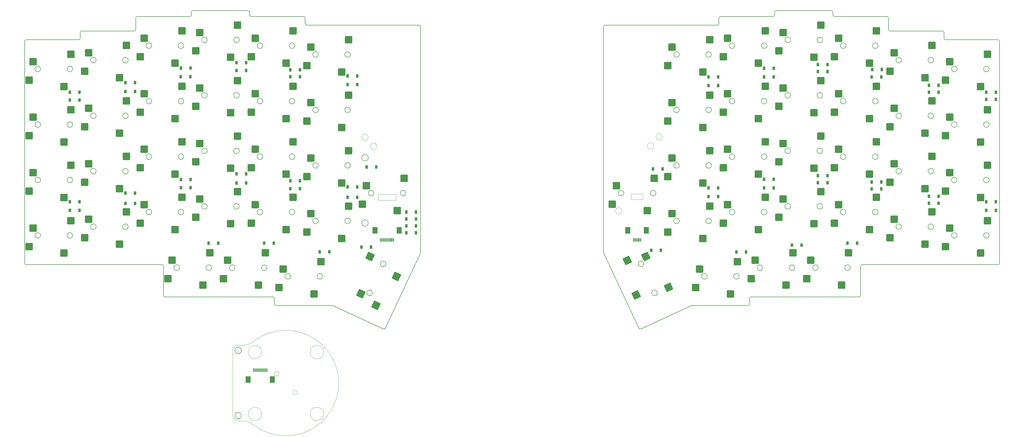
<source format=gbp>
G04 #@! TF.GenerationSoftware,KiCad,Pcbnew,9.0.3*
G04 #@! TF.CreationDate,2025-08-06T01:59:05-04:00*
G04 #@! TF.ProjectId,quartz58,71756172-747a-4353-982e-6b696361645f,rev?*
G04 #@! TF.SameCoordinates,Original*
G04 #@! TF.FileFunction,Paste,Bot*
G04 #@! TF.FilePolarity,Positive*
%FSLAX46Y46*%
G04 Gerber Fmt 4.6, Leading zero omitted, Abs format (unit mm)*
G04 Created by KiCad (PCBNEW 9.0.3) date 2025-08-06 01:59:05*
%MOMM*%
%LPD*%
G01*
G04 APERTURE LIST*
G04 Aperture macros list*
%AMRoundRect*
0 Rectangle with rounded corners*
0 $1 Rounding radius*
0 $2 $3 $4 $5 $6 $7 $8 $9 X,Y pos of 4 corners*
0 Add a 4 corners polygon primitive as box body*
4,1,4,$2,$3,$4,$5,$6,$7,$8,$9,$2,$3,0*
0 Add four circle primitives for the rounded corners*
1,1,$1+$1,$2,$3*
1,1,$1+$1,$4,$5*
1,1,$1+$1,$6,$7*
1,1,$1+$1,$8,$9*
0 Add four rect primitives between the rounded corners*
20,1,$1+$1,$2,$3,$4,$5,0*
20,1,$1+$1,$4,$5,$6,$7,0*
20,1,$1+$1,$6,$7,$8,$9,0*
20,1,$1+$1,$8,$9,$2,$3,0*%
G04 Aperture macros list end*
%ADD10RoundRect,0.250000X1.025000X1.000000X-1.025000X1.000000X-1.025000X-1.000000X1.025000X-1.000000X0*%
%ADD11RoundRect,0.250000X-1.025000X-1.000000X1.025000X-1.000000X1.025000X1.000000X-1.025000X1.000000X0*%
%ADD12RoundRect,0.250000X1.339492X-0.506347X0.473124X1.351584X-1.339492X0.506347X-0.473124X-1.351584X0*%
%ADD13RoundRect,0.250000X-1.339492X0.506347X-0.473124X-1.351584X1.339492X-0.506347X0.473124X1.351584X0*%
%ADD14RoundRect,0.250000X-0.473124X1.351584X-1.339492X-0.506347X0.473124X-1.351584X1.339492X0.506347X0*%
%ADD15RoundRect,0.250000X0.473124X-1.351584X1.339492X0.506347X-0.473124X1.351584X-1.339492X-0.506347X0*%
%ADD16RoundRect,0.225000X0.225000X0.375000X-0.225000X0.375000X-0.225000X-0.375000X0.225000X-0.375000X0*%
%ADD17RoundRect,0.225000X-0.225000X-0.375000X0.225000X-0.375000X0.225000X0.375000X-0.225000X0.375000X0*%
%ADD18R,0.300000X1.300000*%
%ADD19R,1.800000X2.200000*%
G04 #@! TA.AperFunction,Profile*
%ADD20C,0.150000*%
G04 #@! TD*
G04 #@! TA.AperFunction,Profile*
%ADD21C,0.100000*%
G04 #@! TD*
G04 #@! TA.AperFunction,Profile*
%ADD22C,0.200000*%
G04 #@! TD*
G04 APERTURE END LIST*
D10*
X66501607Y-152902544D03*
D11*
X67916607Y-146562544D03*
D10*
X78501607Y-155102544D03*
D11*
X80843607Y-144022544D03*
D10*
X285576607Y-128852544D03*
D11*
X286991607Y-122512544D03*
D10*
X297576607Y-131052544D03*
D11*
X299918607Y-119972544D03*
D10*
X304626607Y-107802544D03*
D11*
X306041607Y-101462544D03*
D10*
X316626607Y-110002544D03*
D11*
X318968607Y-98922544D03*
D10*
X95076607Y-166952544D03*
D11*
X96491607Y-160612544D03*
D10*
X107076607Y-169152544D03*
D11*
X109418607Y-158072544D03*
D10*
X142701607Y-150902544D03*
D11*
X144116607Y-144562544D03*
D10*
X154701607Y-153102544D03*
D11*
X157043607Y-142022544D03*
D10*
X323676607Y-147902544D03*
D11*
X325091607Y-141562544D03*
D10*
X335676607Y-150102544D03*
D11*
X338018607Y-139022544D03*
D10*
X361776607Y-98752544D03*
D11*
X363191607Y-92412544D03*
D10*
X373776607Y-100952544D03*
D11*
X376118607Y-89872544D03*
D10*
X85551607Y-109802544D03*
D11*
X86966607Y-103462544D03*
D10*
X97551607Y-112002544D03*
D11*
X99893607Y-100922544D03*
D10*
X104601607Y-145902544D03*
D11*
X106016607Y-139562544D03*
D10*
X116601607Y-148102544D03*
D11*
X118943607Y-137022544D03*
D10*
X342726607Y-114802544D03*
D11*
X344141607Y-108462544D03*
D10*
X354726607Y-117002544D03*
D11*
X357068607Y-105922544D03*
D10*
X323676607Y-109802544D03*
D11*
X325091607Y-103462544D03*
D10*
X335676607Y-112002544D03*
D11*
X338018607Y-100922544D03*
D10*
X47451607Y-98752544D03*
D11*
X48866607Y-92412544D03*
D10*
X59451607Y-100952544D03*
D11*
X61793607Y-89872544D03*
D10*
X85551607Y-90752544D03*
D11*
X86966607Y-84412544D03*
D10*
X97551607Y-92952544D03*
D11*
X99893607Y-81872544D03*
D10*
X114126607Y-166952544D03*
D11*
X115541607Y-160612544D03*
D10*
X126126607Y-169152544D03*
D11*
X128468607Y-158072544D03*
D10*
X304626607Y-88752544D03*
D11*
X306041607Y-82412544D03*
D10*
X316626607Y-90952544D03*
D11*
X318968607Y-79872544D03*
D10*
X47451607Y-155902544D03*
D11*
X48866607Y-149562544D03*
D10*
X59451607Y-158102544D03*
D11*
X61793607Y-147022544D03*
D10*
X323676607Y-90752544D03*
D11*
X325091607Y-84412544D03*
D10*
X335676607Y-92952544D03*
D11*
X338018607Y-81872544D03*
D10*
X361776607Y-117802544D03*
D11*
X363191607Y-111462544D03*
D10*
X373776607Y-120002544D03*
D11*
X376118607Y-108922544D03*
D12*
X252617071Y-160703370D03*
D13*
X258961067Y-159306396D03*
D12*
X255694613Y-172508824D03*
D13*
X266726275Y-169948786D03*
D10*
X342726607Y-152902544D03*
D11*
X344141607Y-146562544D03*
D10*
X354726607Y-155102544D03*
D11*
X357068607Y-144022544D03*
D10*
X304626607Y-145902544D03*
D11*
X306041607Y-139562544D03*
D10*
X316626607Y-148102544D03*
D11*
X318968607Y-137022544D03*
D10*
X123651607Y-147902544D03*
D11*
X125066607Y-141562544D03*
D10*
X135651607Y-150102544D03*
D11*
X137993607Y-139022544D03*
D10*
X123651607Y-90752544D03*
D11*
X125066607Y-84412544D03*
D10*
X135651607Y-92952544D03*
D11*
X137993607Y-81872544D03*
D10*
X123651607Y-109802544D03*
D11*
X125066607Y-103462544D03*
D10*
X135651607Y-112002544D03*
D11*
X137993607Y-100922544D03*
D10*
X266526607Y-150902544D03*
D11*
X267941607Y-144562544D03*
D10*
X278526607Y-153102544D03*
D11*
X280868607Y-142022544D03*
D10*
X66501607Y-133852544D03*
D11*
X67916607Y-127512544D03*
D10*
X78501607Y-136052544D03*
D11*
X80843607Y-124972544D03*
D14*
X166426632Y-176110603D03*
D15*
X161278646Y-172148777D03*
D14*
X173491929Y-166164669D03*
D15*
X164439810Y-159359486D03*
D10*
X142701607Y-93752544D03*
D11*
X144116607Y-87412544D03*
D10*
X154701607Y-95952544D03*
D11*
X157043607Y-84872544D03*
D10*
X85551607Y-128852544D03*
D11*
X86966607Y-122512544D03*
D10*
X97551607Y-131052544D03*
D11*
X99893607Y-119972544D03*
D10*
X266526607Y-131852544D03*
D11*
X267941607Y-125512544D03*
D10*
X278526607Y-134052544D03*
D11*
X280868607Y-122972544D03*
D10*
X285576607Y-90752544D03*
D11*
X286991607Y-84412544D03*
D10*
X297576607Y-92952544D03*
D11*
X299918607Y-81872544D03*
D10*
X161751607Y-141377544D03*
D11*
X163166607Y-135037544D03*
D10*
X173751607Y-143577544D03*
D11*
X176093607Y-132497544D03*
D10*
X142701607Y-112802544D03*
D11*
X144116607Y-106462544D03*
D10*
X154701607Y-115002544D03*
D11*
X157043607Y-103922544D03*
D10*
X361776607Y-155902544D03*
D11*
X363191607Y-149562544D03*
D10*
X373776607Y-158102544D03*
D11*
X376118607Y-147022544D03*
D10*
X295101607Y-166952544D03*
D11*
X296516607Y-160612544D03*
D10*
X307101607Y-169152544D03*
D11*
X309443607Y-158072544D03*
D10*
X47451607Y-136852544D03*
D11*
X48866607Y-130512544D03*
D10*
X59451607Y-139052544D03*
D11*
X61793607Y-127972544D03*
D10*
X142701607Y-131852544D03*
D11*
X144116607Y-125512544D03*
D10*
X154701607Y-134052544D03*
D11*
X157043607Y-122972544D03*
D10*
X104601607Y-88752544D03*
D11*
X106016607Y-82412544D03*
D10*
X116601607Y-90952544D03*
D11*
X118943607Y-79872544D03*
D10*
X285576607Y-109802544D03*
D11*
X286991607Y-103462544D03*
D10*
X297576607Y-112002544D03*
D11*
X299918607Y-100922544D03*
D10*
X342726607Y-133852544D03*
D11*
X344141607Y-127512544D03*
D10*
X354726607Y-136052544D03*
D11*
X357068607Y-124972544D03*
D10*
X47451607Y-117802544D03*
D11*
X48866607Y-111462544D03*
D10*
X59451607Y-120002544D03*
D11*
X61793607Y-108922544D03*
D10*
X304626607Y-126852544D03*
D11*
X306041607Y-120512544D03*
D10*
X316626607Y-129052544D03*
D11*
X318968607Y-117972544D03*
D10*
X104601607Y-126852544D03*
D11*
X106016607Y-120512544D03*
D10*
X116601607Y-129052544D03*
D11*
X118943607Y-117972544D03*
D10*
X85551607Y-147902544D03*
D11*
X86966607Y-141562544D03*
D10*
X97551607Y-150102544D03*
D11*
X99893607Y-139022544D03*
D10*
X276051607Y-169952544D03*
D11*
X277466607Y-163612544D03*
D10*
X288051607Y-172152544D03*
D11*
X290393607Y-161072544D03*
D10*
X266526607Y-112802544D03*
D11*
X267941607Y-106462544D03*
D10*
X278526607Y-115002544D03*
D11*
X280868607Y-103922544D03*
D10*
X285576607Y-147902544D03*
D11*
X286991607Y-141562544D03*
D10*
X297576607Y-150102544D03*
D11*
X299918607Y-139022544D03*
D10*
X66501607Y-114802544D03*
D11*
X67916607Y-108462544D03*
D10*
X78501607Y-117002544D03*
D11*
X80843607Y-105922544D03*
D10*
X247476607Y-141377544D03*
D11*
X248891607Y-135037544D03*
D10*
X259476607Y-143577544D03*
D11*
X261818607Y-132497544D03*
D10*
X323676607Y-128852544D03*
D11*
X325091607Y-122512544D03*
D10*
X335676607Y-131052544D03*
D11*
X338018607Y-119972544D03*
D10*
X66501607Y-95752544D03*
D11*
X67916607Y-89412544D03*
D10*
X78501607Y-97952544D03*
D11*
X80843607Y-86872544D03*
D10*
X314151607Y-166952544D03*
D11*
X315566607Y-160612544D03*
D10*
X326151607Y-169152544D03*
D11*
X328493607Y-158072544D03*
D10*
X123651607Y-128852544D03*
D11*
X125066607Y-122512544D03*
D10*
X135651607Y-131052544D03*
D11*
X137993607Y-119972544D03*
D10*
X266526607Y-93752544D03*
D11*
X267941607Y-87412544D03*
D10*
X278526607Y-95952544D03*
D11*
X280868607Y-84872544D03*
D10*
X361776607Y-136852544D03*
D11*
X363191607Y-130512544D03*
D10*
X373776607Y-139052544D03*
D11*
X376118607Y-127972544D03*
D10*
X342726607Y-95752544D03*
D11*
X344141607Y-89412544D03*
D10*
X354726607Y-97952544D03*
D11*
X357068607Y-86872544D03*
D10*
X104601607Y-107802544D03*
D11*
X106016607Y-101462544D03*
D10*
X116601607Y-110002544D03*
D11*
X118943607Y-98922544D03*
D10*
X133176607Y-169952544D03*
D11*
X134591607Y-163612544D03*
D10*
X145176607Y-172152544D03*
D11*
X147518607Y-161072544D03*
D16*
X159995435Y-138993114D03*
X156695435Y-138993114D03*
X83782821Y-99675031D03*
X80482821Y-99675031D03*
D17*
X290045379Y-157818234D03*
X293345379Y-157818234D03*
D16*
X64745267Y-102935361D03*
X61445267Y-102935361D03*
X140350018Y-136016549D03*
X137050018Y-136016549D03*
D17*
X280520371Y-100668186D03*
X283820371Y-100668186D03*
D16*
X164775082Y-156077544D03*
X161475082Y-156077544D03*
D17*
X280520371Y-97691621D03*
X283820371Y-97691621D03*
X375770451Y-143530722D03*
X379070451Y-143530722D03*
X299570387Y-97691621D03*
X302870387Y-97691621D03*
X336479873Y-97691621D03*
X339779873Y-97691621D03*
D16*
X121895403Y-95524414D03*
X118595403Y-95524414D03*
X121895315Y-92815040D03*
X118595315Y-92815040D03*
D18*
X254726607Y-153627544D03*
X255226607Y-153627544D03*
X255726607Y-153627544D03*
X256226607Y-153627544D03*
X256726607Y-153627544D03*
X257226607Y-153627544D03*
D19*
X252826607Y-150377544D03*
X259126607Y-150377544D03*
D16*
X112370319Y-154757968D03*
X109070319Y-154757968D03*
D17*
X299570387Y-135791653D03*
X302870387Y-135791653D03*
D16*
X64745359Y-140554157D03*
X61445359Y-140554157D03*
X64745187Y-143530722D03*
X61445187Y-143530722D03*
X140350018Y-97608016D03*
X137050018Y-97608016D03*
X102758021Y-97608016D03*
X99458021Y-97608016D03*
D17*
X375770451Y-140554157D03*
X379070451Y-140554157D03*
X280520371Y-135791653D03*
X283820371Y-135791653D03*
D16*
X121895311Y-134070876D03*
X118595311Y-134070876D03*
D17*
X375770451Y-105430690D03*
X379070451Y-105430690D03*
D16*
X159995279Y-135410385D03*
X156695279Y-135410385D03*
D17*
X260875042Y-157222921D03*
X264175042Y-157222921D03*
D16*
X180190323Y-144046932D03*
X176890323Y-144046932D03*
X159995435Y-100286918D03*
X156695435Y-100286918D03*
X180190323Y-146428184D03*
X176890323Y-146428184D03*
D17*
X318025170Y-134005714D03*
X321325170Y-134005714D03*
X299570387Y-94715056D03*
X302870387Y-94715056D03*
D18*
X128977381Y-198331752D03*
X128477381Y-198331752D03*
X127977381Y-198331752D03*
X127477381Y-198331752D03*
X126977381Y-198331752D03*
X126477381Y-198331752D03*
X125977381Y-198331752D03*
X125477381Y-198331752D03*
X124977381Y-198331752D03*
X124477381Y-198331752D03*
D19*
X130877381Y-201581752D03*
X122577381Y-201581752D03*
D17*
X336577940Y-95187882D03*
X339877940Y-95187882D03*
X356125202Y-138654141D03*
X359425202Y-138654141D03*
D16*
X150470287Y-157734528D03*
X147170287Y-157734528D03*
X83795203Y-141149470D03*
X80495203Y-141149470D03*
X121895311Y-130945488D03*
X118595311Y-130945488D03*
D17*
X336479873Y-133742748D03*
X339779873Y-133742748D03*
D16*
X131420303Y-154757968D03*
X128120303Y-154757968D03*
D17*
X356125202Y-102935361D03*
X359425202Y-102935361D03*
X336479873Y-136123996D03*
X339779873Y-136123996D03*
D16*
X83795203Y-137577592D03*
X80495203Y-137577592D03*
X83795371Y-102668168D03*
X80495371Y-102668168D03*
D17*
X328145491Y-154727592D03*
X331445491Y-154727592D03*
X356125202Y-141035393D03*
X359425202Y-141035393D03*
D16*
X102845327Y-135707984D03*
X99545327Y-135707984D03*
D17*
X318025170Y-131510385D03*
X321325170Y-131510385D03*
D16*
X140350018Y-95196292D03*
X137050018Y-95196292D03*
D17*
X375770451Y-102935361D03*
X379070451Y-102935361D03*
D18*
X167976607Y-153627544D03*
X168476607Y-153627544D03*
X168976607Y-153627544D03*
X169476607Y-153627544D03*
X169976607Y-153627544D03*
X170476607Y-153627544D03*
X170976607Y-153627544D03*
X171476607Y-153627544D03*
X171976607Y-153627544D03*
X172476607Y-153627544D03*
D19*
X166076607Y-150377544D03*
X174376607Y-150377544D03*
D17*
X318025170Y-95791605D03*
X321325170Y-95791605D03*
D16*
X102846419Y-132880252D03*
X99546419Y-132880252D03*
X140350018Y-133296324D03*
X137050018Y-133296324D03*
D17*
X299570387Y-132815088D03*
X302870387Y-132815088D03*
D16*
X159995435Y-97310353D03*
X156695435Y-97310353D03*
X180190323Y-151190688D03*
X176890323Y-151190688D03*
X64745359Y-105644728D03*
X61445359Y-105644728D03*
D17*
X280520371Y-138768218D03*
X283820371Y-138768218D03*
D16*
X102845299Y-94600979D03*
X99545299Y-94600979D03*
X180190323Y-148809436D03*
X176890323Y-148809436D03*
D17*
X261470355Y-129243210D03*
X264770355Y-129243210D03*
D16*
X166543790Y-128547881D03*
X163243790Y-128547881D03*
D17*
X356125202Y-100554109D03*
X359425202Y-100554109D03*
X309095395Y-155436982D03*
X312395395Y-155436982D03*
X318025170Y-93410353D03*
X321325170Y-93410353D03*
D20*
X151581850Y-176177544D02*
X132151607Y-176177544D01*
X103076607Y-76427544D02*
X103076607Y-75427544D01*
X168958035Y-184228503D02*
X151793159Y-176224390D01*
X103576607Y-74927544D02*
X122626607Y-74927544D01*
X181776606Y-157811695D02*
G75*
G02*
X181729765Y-158023010I-499606J-105D01*
G01*
X294576607Y-175677544D02*
G75*
G02*
X294076607Y-176177607I-500107J44D01*
G01*
X181276607Y-79927544D02*
G75*
G02*
X181776556Y-80427544I-7J-499956D01*
G01*
X123626607Y-76927544D02*
X141676607Y-76927544D01*
X341701607Y-76927544D02*
X323651607Y-76927544D01*
D21*
X117351881Y-191582162D02*
G75*
G02*
X119151881Y-189782181I1800019J-38D01*
G01*
D20*
X332676607Y-172677544D02*
G75*
G02*
X332176607Y-173177607I-500107J44D01*
G01*
X332676607Y-172677544D02*
X332676607Y-162627544D01*
X302601607Y-76927544D02*
X284551607Y-76927544D01*
X84026607Y-77427544D02*
G75*
G02*
X84526607Y-76927507I499993J44D01*
G01*
X332676607Y-162627544D02*
G75*
G02*
X333176607Y-162127607I499893J44D01*
G01*
X93551607Y-172677544D02*
X93551607Y-162627544D01*
X94051607Y-173177544D02*
G75*
G02*
X93551556Y-172677544I-7J500044D01*
G01*
X244498454Y-158023007D02*
X256605717Y-183986662D01*
D21*
X125211941Y-187886792D02*
G75*
G02*
X125211943Y-217676709I10327439J-14894958D01*
G01*
D20*
X151581850Y-176177544D02*
G75*
G02*
X151793164Y-176224379I-50J-500356D01*
G01*
X169622497Y-183986661D02*
G75*
G02*
X168958020Y-184228535I-453197J211361D01*
G01*
X122626607Y-74927544D02*
G75*
G02*
X123126556Y-75427544I-7J-499956D01*
G01*
X65476607Y-81927544D02*
X83526607Y-81927544D01*
X361251607Y-84427544D02*
X361251607Y-82427544D01*
X132151607Y-176177544D02*
G75*
G02*
X131651556Y-175677544I-7J500044D01*
G01*
X380301607Y-161627544D02*
X380301607Y-85427544D01*
X142676607Y-79927544D02*
G75*
G02*
X142176556Y-79427544I-7J500044D01*
G01*
X142676607Y-79927544D02*
X181276607Y-79927544D01*
X257270180Y-184228503D02*
G75*
G02*
X256605732Y-183986655I-211280J453203D01*
G01*
D22*
X120251881Y-213981342D02*
G75*
G02*
X118051881Y-213981342I-1100000J0D01*
G01*
X118051881Y-213981342D02*
G75*
G02*
X120251881Y-213981342I1100000J0D01*
G01*
D20*
X142176607Y-77427544D02*
X142176607Y-79427544D01*
X274435055Y-176224390D02*
G75*
G02*
X274646364Y-176177544I211145J-452410D01*
G01*
X323651607Y-76927544D02*
G75*
G02*
X323151656Y-76427544I-7J499944D01*
G01*
X84526607Y-76927544D02*
X102576607Y-76927544D01*
X322651607Y-74927544D02*
G75*
G02*
X323151656Y-75427544I-7J-500056D01*
G01*
X46426607Y-84927544D02*
X64476607Y-84927544D01*
X379801607Y-84927544D02*
X361751607Y-84927544D01*
X333176607Y-162127544D02*
X379801607Y-162127544D01*
X131151607Y-173177544D02*
X94051607Y-173177544D01*
X342701607Y-81927544D02*
G75*
G02*
X342201656Y-81427544I-7J499944D01*
G01*
X322651607Y-74927544D02*
X303601607Y-74927544D01*
X379801607Y-84927544D02*
G75*
G02*
X380301656Y-85427544I-7J-500056D01*
G01*
D22*
X120251881Y-191582162D02*
G75*
G02*
X118051881Y-191582162I-1100000J0D01*
G01*
X118051881Y-191582162D02*
G75*
G02*
X120251881Y-191582162I1100000J0D01*
G01*
D20*
X342201607Y-81427544D02*
X342201607Y-77427544D01*
X46426607Y-162127544D02*
G75*
G02*
X45926556Y-161627544I-7J500044D01*
G01*
X64976607Y-84427544D02*
G75*
G02*
X64476607Y-84927507I-500007J44D01*
G01*
X283551607Y-79927544D02*
X244951607Y-79927544D01*
X274646364Y-176177544D02*
X294076607Y-176177544D01*
D21*
X121151881Y-215781342D02*
G75*
G02*
X123568364Y-216537128I19J-4240958D01*
G01*
D20*
X284051607Y-77427544D02*
X284051607Y-79427544D01*
X131651607Y-175677544D02*
X131651607Y-173677544D01*
X303101607Y-75427544D02*
G75*
G02*
X303601607Y-74927607I499893J44D01*
G01*
X123126607Y-75427544D02*
X123126607Y-76427544D01*
X181729760Y-158023007D02*
X169622497Y-183986662D01*
X294576607Y-173677544D02*
G75*
G02*
X295076607Y-173177607I499893J44D01*
G01*
D21*
X123568361Y-216537148D02*
X125211941Y-217676707D01*
X119151881Y-189782162D02*
X121161559Y-189782162D01*
D20*
X360751607Y-81927544D02*
G75*
G02*
X361251656Y-82427544I-7J-500056D01*
G01*
X84026607Y-81427544D02*
G75*
G02*
X83526607Y-81927507I-500007J44D01*
G01*
X323151607Y-76427544D02*
X323151607Y-75427544D01*
D21*
X119151881Y-215781342D02*
G75*
G02*
X117351858Y-213981342I19J1800042D01*
G01*
D20*
X244498455Y-158023007D02*
G75*
G02*
X244451609Y-157811695I453145J211307D01*
G01*
X284051607Y-79427544D02*
G75*
G02*
X283551607Y-79927607I-500107J44D01*
G01*
X64976607Y-84427544D02*
X64976607Y-82427544D01*
X181776607Y-80427544D02*
X181776607Y-157811695D01*
X45926607Y-85427544D02*
G75*
G02*
X46426607Y-84927507I499993J44D01*
G01*
D21*
X123568361Y-189026372D02*
G75*
G02*
X121151881Y-189782174I-2416461J3485072D01*
G01*
D20*
X294576607Y-175677544D02*
X294576607Y-173677544D01*
X341701607Y-76927544D02*
G75*
G02*
X342201656Y-77427544I-7J-500056D01*
G01*
X361751607Y-84927544D02*
G75*
G02*
X361251656Y-84427544I-7J499944D01*
G01*
X45926607Y-161627544D02*
X45926607Y-85427544D01*
X380301607Y-161627544D02*
G75*
G02*
X379801607Y-162127607I-500107J44D01*
G01*
X244451607Y-80427544D02*
X244451607Y-157811695D01*
X141676607Y-76927544D02*
G75*
G02*
X142176556Y-77427544I-7J-499956D01*
G01*
X284051607Y-77427544D02*
G75*
G02*
X284551607Y-76927607I499893J44D01*
G01*
X64976607Y-82427544D02*
G75*
G02*
X65476607Y-81927507I499993J44D01*
G01*
X123626607Y-76927544D02*
G75*
G02*
X123126556Y-76427544I-7J500044D01*
G01*
X93051607Y-162127544D02*
X46426607Y-162127544D01*
X244451607Y-80427544D02*
G75*
G02*
X244951607Y-79927607I499893J44D01*
G01*
X303101607Y-76427544D02*
G75*
G02*
X302601607Y-76927607I-500107J44D01*
G01*
X103076607Y-75427544D02*
G75*
G02*
X103576607Y-74927507I499993J44D01*
G01*
D21*
X119151881Y-215781342D02*
X121151900Y-215781342D01*
X125211941Y-187886792D02*
X123568361Y-189026371D01*
D20*
X93051607Y-162127544D02*
G75*
G02*
X93551556Y-162627544I-7J-499956D01*
G01*
X103076607Y-76427544D02*
G75*
G02*
X102576607Y-76927507I-500007J44D01*
G01*
X360751607Y-81927544D02*
X342701607Y-81927544D01*
D21*
X117351881Y-191582200D02*
X117351881Y-213990399D01*
D20*
X84026607Y-81427544D02*
X84026607Y-77427544D01*
X131151607Y-173177544D02*
G75*
G02*
X131651556Y-173677544I-7J-499956D01*
G01*
X257270179Y-184228503D02*
X274435055Y-176224390D01*
X303101607Y-75427544D02*
X303101607Y-76427544D01*
X295076607Y-173177544D02*
X332176607Y-173177544D01*
D22*
X70451607Y-149102544D02*
G75*
G02*
X68551607Y-149102544I-950000J0D01*
G01*
X68551607Y-149102544D02*
G75*
G02*
X70451607Y-149102544I950000J0D01*
G01*
X81451607Y-149102544D02*
G75*
G02*
X79551607Y-149102544I-950000J0D01*
G01*
X79551607Y-149102544D02*
G75*
G02*
X81451607Y-149102544I950000J0D01*
G01*
X289526607Y-125052544D02*
G75*
G02*
X287626607Y-125052544I-950000J0D01*
G01*
X287626607Y-125052544D02*
G75*
G02*
X289526607Y-125052544I950000J0D01*
G01*
X300526607Y-125052544D02*
G75*
G02*
X298626607Y-125052544I-950000J0D01*
G01*
X298626607Y-125052544D02*
G75*
G02*
X300526607Y-125052544I950000J0D01*
G01*
X308576607Y-104002544D02*
G75*
G02*
X306676607Y-104002544I-950000J0D01*
G01*
X306676607Y-104002544D02*
G75*
G02*
X308576607Y-104002544I950000J0D01*
G01*
X319576607Y-104002544D02*
G75*
G02*
X317676607Y-104002544I-950000J0D01*
G01*
X317676607Y-104002544D02*
G75*
G02*
X319576607Y-104002544I950000J0D01*
G01*
X99026607Y-163152544D02*
G75*
G02*
X97126607Y-163152544I-950000J0D01*
G01*
X97126607Y-163152544D02*
G75*
G02*
X99026607Y-163152544I950000J0D01*
G01*
X110026607Y-163152544D02*
G75*
G02*
X108126607Y-163152544I-950000J0D01*
G01*
X108126607Y-163152544D02*
G75*
G02*
X110026607Y-163152544I950000J0D01*
G01*
X146651607Y-147102544D02*
G75*
G02*
X144751607Y-147102544I-950000J0D01*
G01*
X144751607Y-147102544D02*
G75*
G02*
X146651607Y-147102544I950000J0D01*
G01*
X157651607Y-147102544D02*
G75*
G02*
X155751607Y-147102544I-950000J0D01*
G01*
X155751607Y-147102544D02*
G75*
G02*
X157651607Y-147102544I950000J0D01*
G01*
X327626607Y-144102544D02*
G75*
G02*
X325726607Y-144102544I-950000J0D01*
G01*
X325726607Y-144102544D02*
G75*
G02*
X327626607Y-144102544I950000J0D01*
G01*
X338626607Y-144102544D02*
G75*
G02*
X336726607Y-144102544I-950000J0D01*
G01*
X336726607Y-144102544D02*
G75*
G02*
X338626607Y-144102544I950000J0D01*
G01*
X365726607Y-94952544D02*
G75*
G02*
X363826607Y-94952544I-950000J0D01*
G01*
X363826607Y-94952544D02*
G75*
G02*
X365726607Y-94952544I950000J0D01*
G01*
X376726607Y-94952544D02*
G75*
G02*
X374826607Y-94952544I-950000J0D01*
G01*
X374826607Y-94952544D02*
G75*
G02*
X376726607Y-94952544I950000J0D01*
G01*
X89501607Y-106002544D02*
G75*
G02*
X87601607Y-106002544I-950000J0D01*
G01*
X87601607Y-106002544D02*
G75*
G02*
X89501607Y-106002544I950000J0D01*
G01*
X100501607Y-106002544D02*
G75*
G02*
X98601607Y-106002544I-950000J0D01*
G01*
X98601607Y-106002544D02*
G75*
G02*
X100501607Y-106002544I950000J0D01*
G01*
X108551607Y-142102544D02*
G75*
G02*
X106651607Y-142102544I-950000J0D01*
G01*
X106651607Y-142102544D02*
G75*
G02*
X108551607Y-142102544I950000J0D01*
G01*
X119551607Y-142102544D02*
G75*
G02*
X117651607Y-142102544I-950000J0D01*
G01*
X117651607Y-142102544D02*
G75*
G02*
X119551607Y-142102544I950000J0D01*
G01*
X346676607Y-111002544D02*
G75*
G02*
X344776607Y-111002544I-950000J0D01*
G01*
X344776607Y-111002544D02*
G75*
G02*
X346676607Y-111002544I950000J0D01*
G01*
X357676607Y-111002544D02*
G75*
G02*
X355776607Y-111002544I-950000J0D01*
G01*
X355776607Y-111002544D02*
G75*
G02*
X357676607Y-111002544I950000J0D01*
G01*
D21*
X148445981Y-213388352D02*
G75*
G02*
X143845981Y-213388352I-2300000J0D01*
G01*
X143845981Y-213388352D02*
G75*
G02*
X148445981Y-213388352I2300000J0D01*
G01*
X148445981Y-192175152D02*
G75*
G02*
X143845981Y-192175152I-2300000J0D01*
G01*
X143845981Y-192175152D02*
G75*
G02*
X148445981Y-192175152I2300000J0D01*
G01*
X139521361Y-205963732D02*
G75*
G02*
X137921361Y-205963732I-800000J0D01*
G01*
X137921361Y-205963732D02*
G75*
G02*
X139521361Y-205963732I800000J0D01*
G01*
X133157401Y-199599772D02*
G75*
G02*
X131557401Y-199599772I-800000J0D01*
G01*
X131557401Y-199599772D02*
G75*
G02*
X133157401Y-199599772I800000J0D01*
G01*
X127232781Y-213388352D02*
G75*
G02*
X122632781Y-213388352I-2300000J0D01*
G01*
X122632781Y-213388352D02*
G75*
G02*
X127232781Y-213388352I2300000J0D01*
G01*
X127232781Y-192175152D02*
G75*
G02*
X122632781Y-192175152I-2300000J0D01*
G01*
X122632781Y-192175152D02*
G75*
G02*
X127232781Y-192175152I2300000J0D01*
G01*
D22*
X327626607Y-106002544D02*
G75*
G02*
X325726607Y-106002544I-950000J0D01*
G01*
X325726607Y-106002544D02*
G75*
G02*
X327626607Y-106002544I950000J0D01*
G01*
X338626607Y-106002544D02*
G75*
G02*
X336726607Y-106002544I-950000J0D01*
G01*
X336726607Y-106002544D02*
G75*
G02*
X338626607Y-106002544I950000J0D01*
G01*
X51401607Y-94952544D02*
G75*
G02*
X49501607Y-94952544I-950000J0D01*
G01*
X49501607Y-94952544D02*
G75*
G02*
X51401607Y-94952544I950000J0D01*
G01*
X62401607Y-94952544D02*
G75*
G02*
X60501607Y-94952544I-950000J0D01*
G01*
X60501607Y-94952544D02*
G75*
G02*
X62401607Y-94952544I950000J0D01*
G01*
X89501607Y-86952544D02*
G75*
G02*
X87601607Y-86952544I-950000J0D01*
G01*
X87601607Y-86952544D02*
G75*
G02*
X89501607Y-86952544I950000J0D01*
G01*
X100501607Y-86952544D02*
G75*
G02*
X98601607Y-86952544I-950000J0D01*
G01*
X98601607Y-86952544D02*
G75*
G02*
X100501607Y-86952544I950000J0D01*
G01*
X118076607Y-163152544D02*
G75*
G02*
X116176607Y-163152544I-950000J0D01*
G01*
X116176607Y-163152544D02*
G75*
G02*
X118076607Y-163152544I950000J0D01*
G01*
X129076607Y-163152544D02*
G75*
G02*
X127176607Y-163152544I-950000J0D01*
G01*
X127176607Y-163152544D02*
G75*
G02*
X129076607Y-163152544I950000J0D01*
G01*
X308576607Y-84952544D02*
G75*
G02*
X306676607Y-84952544I-950000J0D01*
G01*
X306676607Y-84952544D02*
G75*
G02*
X308576607Y-84952544I950000J0D01*
G01*
X319576607Y-84952544D02*
G75*
G02*
X317676607Y-84952544I-950000J0D01*
G01*
X317676607Y-84952544D02*
G75*
G02*
X319576607Y-84952544I950000J0D01*
G01*
X51401607Y-152102544D02*
G75*
G02*
X49501607Y-152102544I-950000J0D01*
G01*
X49501607Y-152102544D02*
G75*
G02*
X51401607Y-152102544I950000J0D01*
G01*
X62401607Y-152102544D02*
G75*
G02*
X60501607Y-152102544I-950000J0D01*
G01*
X60501607Y-152102544D02*
G75*
G02*
X62401607Y-152102544I950000J0D01*
G01*
X327626607Y-86952544D02*
G75*
G02*
X325726607Y-86952544I-950000J0D01*
G01*
X325726607Y-86952544D02*
G75*
G02*
X327626607Y-86952544I950000J0D01*
G01*
X338626607Y-86952544D02*
G75*
G02*
X336726607Y-86952544I-950000J0D01*
G01*
X336726607Y-86952544D02*
G75*
G02*
X338626607Y-86952544I950000J0D01*
G01*
X365726607Y-114002544D02*
G75*
G02*
X363826607Y-114002544I-950000J0D01*
G01*
X363826607Y-114002544D02*
G75*
G02*
X365726607Y-114002544I950000J0D01*
G01*
X376726607Y-114002544D02*
G75*
G02*
X374826607Y-114002544I-950000J0D01*
G01*
X374826607Y-114002544D02*
G75*
G02*
X376726607Y-114002544I950000J0D01*
G01*
X258278895Y-161816344D02*
G75*
G02*
X256378897Y-161816344I-949999J0D01*
G01*
X256378897Y-161816344D02*
G75*
G02*
X258278895Y-161816344I949999J0D01*
G01*
X262927696Y-171785730D02*
G75*
G02*
X261027696Y-171785730I-950000J0D01*
G01*
X261027696Y-171785730D02*
G75*
G02*
X262927696Y-171785730I950000J0D01*
G01*
X346676607Y-149102544D02*
G75*
G02*
X344776607Y-149102544I-950000J0D01*
G01*
X344776607Y-149102544D02*
G75*
G02*
X346676607Y-149102544I950000J0D01*
G01*
X357676607Y-149102544D02*
G75*
G02*
X355776607Y-149102544I-950000J0D01*
G01*
X355776607Y-149102544D02*
G75*
G02*
X357676607Y-149102544I950000J0D01*
G01*
X308576607Y-142102544D02*
G75*
G02*
X306676607Y-142102544I-950000J0D01*
G01*
X306676607Y-142102544D02*
G75*
G02*
X308576607Y-142102544I950000J0D01*
G01*
X319576607Y-142102544D02*
G75*
G02*
X317676607Y-142102544I-950000J0D01*
G01*
X317676607Y-142102544D02*
G75*
G02*
X319576607Y-142102544I950000J0D01*
G01*
X127601607Y-144102544D02*
G75*
G02*
X125701607Y-144102544I-950000J0D01*
G01*
X125701607Y-144102544D02*
G75*
G02*
X127601607Y-144102544I950000J0D01*
G01*
X138601607Y-144102544D02*
G75*
G02*
X136701607Y-144102544I-950000J0D01*
G01*
X136701607Y-144102544D02*
G75*
G02*
X138601607Y-144102544I950000J0D01*
G01*
X127601607Y-86952544D02*
G75*
G02*
X125701607Y-86952544I-950000J0D01*
G01*
X125701607Y-86952544D02*
G75*
G02*
X127601607Y-86952544I950000J0D01*
G01*
X138601607Y-86952544D02*
G75*
G02*
X136701607Y-86952544I-950000J0D01*
G01*
X136701607Y-86952544D02*
G75*
G02*
X138601607Y-86952544I950000J0D01*
G01*
X127601607Y-106002544D02*
G75*
G02*
X125701607Y-106002544I-950000J0D01*
G01*
X125701607Y-106002544D02*
G75*
G02*
X127601607Y-106002544I950000J0D01*
G01*
X138601607Y-106002544D02*
G75*
G02*
X136701607Y-106002544I-950000J0D01*
G01*
X136701607Y-106002544D02*
G75*
G02*
X138601607Y-106002544I950000J0D01*
G01*
X270476607Y-147102544D02*
G75*
G02*
X268576607Y-147102544I-950000J0D01*
G01*
X268576607Y-147102544D02*
G75*
G02*
X270476607Y-147102544I950000J0D01*
G01*
X281476607Y-147102544D02*
G75*
G02*
X279576607Y-147102544I-950000J0D01*
G01*
X279576607Y-147102544D02*
G75*
G02*
X281476607Y-147102544I950000J0D01*
G01*
X70451607Y-130052544D02*
G75*
G02*
X68551607Y-130052544I-950000J0D01*
G01*
X68551607Y-130052544D02*
G75*
G02*
X70451607Y-130052544I950000J0D01*
G01*
X81451607Y-130052544D02*
G75*
G02*
X79551607Y-130052544I-950000J0D01*
G01*
X79551607Y-130052544D02*
G75*
G02*
X81451607Y-130052544I950000J0D01*
G01*
X165200519Y-171785730D02*
G75*
G02*
X163300517Y-171785730I-950001J0D01*
G01*
X163300517Y-171785730D02*
G75*
G02*
X165200519Y-171785730I950001J0D01*
G01*
X169849318Y-161816344D02*
G75*
G02*
X167949318Y-161816344I-950000J0D01*
G01*
X167949318Y-161816344D02*
G75*
G02*
X169849318Y-161816344I950000J0D01*
G01*
X146651607Y-89952544D02*
G75*
G02*
X144751607Y-89952544I-950000J0D01*
G01*
X144751607Y-89952544D02*
G75*
G02*
X146651607Y-89952544I950000J0D01*
G01*
X157651607Y-89952544D02*
G75*
G02*
X155751607Y-89952544I-950000J0D01*
G01*
X155751607Y-89952544D02*
G75*
G02*
X157651607Y-89952544I950000J0D01*
G01*
X89501607Y-125052544D02*
G75*
G02*
X87601607Y-125052544I-950000J0D01*
G01*
X87601607Y-125052544D02*
G75*
G02*
X89501607Y-125052544I950000J0D01*
G01*
X100501607Y-125052544D02*
G75*
G02*
X98601607Y-125052544I-950000J0D01*
G01*
X98601607Y-125052544D02*
G75*
G02*
X100501607Y-125052544I950000J0D01*
G01*
X270476607Y-128052544D02*
G75*
G02*
X268576607Y-128052544I-950000J0D01*
G01*
X268576607Y-128052544D02*
G75*
G02*
X270476607Y-128052544I950000J0D01*
G01*
X281476607Y-128052544D02*
G75*
G02*
X279576607Y-128052544I-950000J0D01*
G01*
X279576607Y-128052544D02*
G75*
G02*
X281476607Y-128052544I950000J0D01*
G01*
X289526607Y-86952544D02*
G75*
G02*
X287626607Y-86952544I-950000J0D01*
G01*
X287626607Y-86952544D02*
G75*
G02*
X289526607Y-86952544I950000J0D01*
G01*
X300526607Y-86952544D02*
G75*
G02*
X298626607Y-86952544I-950000J0D01*
G01*
X298626607Y-86952544D02*
G75*
G02*
X300526607Y-86952544I950000J0D01*
G01*
X165701607Y-137577544D02*
G75*
G02*
X163801607Y-137577544I-950000J0D01*
G01*
X163801607Y-137577544D02*
G75*
G02*
X165701607Y-137577544I950000J0D01*
G01*
X176701607Y-137577544D02*
G75*
G02*
X174801607Y-137577544I-950000J0D01*
G01*
X174801607Y-137577544D02*
G75*
G02*
X176701607Y-137577544I950000J0D01*
G01*
X146651607Y-109002544D02*
G75*
G02*
X144751607Y-109002544I-950000J0D01*
G01*
X144751607Y-109002544D02*
G75*
G02*
X146651607Y-109002544I950000J0D01*
G01*
X157651607Y-109002544D02*
G75*
G02*
X155751607Y-109002544I-950000J0D01*
G01*
X155751607Y-109002544D02*
G75*
G02*
X157651607Y-109002544I950000J0D01*
G01*
X365726607Y-152102544D02*
G75*
G02*
X363826607Y-152102544I-950000J0D01*
G01*
X363826607Y-152102544D02*
G75*
G02*
X365726607Y-152102544I950000J0D01*
G01*
X376726607Y-152102544D02*
G75*
G02*
X374826607Y-152102544I-950000J0D01*
G01*
X374826607Y-152102544D02*
G75*
G02*
X376726607Y-152102544I950000J0D01*
G01*
X299051607Y-163152544D02*
G75*
G02*
X297151607Y-163152544I-950000J0D01*
G01*
X297151607Y-163152544D02*
G75*
G02*
X299051607Y-163152544I950000J0D01*
G01*
X310051607Y-163152544D02*
G75*
G02*
X308151607Y-163152544I-950000J0D01*
G01*
X308151607Y-163152544D02*
G75*
G02*
X310051607Y-163152544I950000J0D01*
G01*
D21*
X167252107Y-138027134D02*
X173252107Y-138027134D01*
X173252107Y-140027134D01*
X167252107Y-140027134D01*
X167252107Y-138027134D01*
D22*
X163776607Y-125427544D02*
G75*
G02*
X161576607Y-125427544I-1100000J0D01*
G01*
X161576607Y-125427544D02*
G75*
G02*
X163776607Y-125427544I1100000J0D01*
G01*
X163776607Y-147826724D02*
G75*
G02*
X161576607Y-147826724I-1100000J0D01*
G01*
X161576607Y-147826724D02*
G75*
G02*
X163776607Y-147826724I1100000J0D01*
G01*
X51401607Y-133052544D02*
G75*
G02*
X49501607Y-133052544I-950000J0D01*
G01*
X49501607Y-133052544D02*
G75*
G02*
X51401607Y-133052544I950000J0D01*
G01*
X62401607Y-133052544D02*
G75*
G02*
X60501607Y-133052544I-950000J0D01*
G01*
X60501607Y-133052544D02*
G75*
G02*
X62401607Y-133052544I950000J0D01*
G01*
X146651607Y-128052544D02*
G75*
G02*
X144751607Y-128052544I-950000J0D01*
G01*
X144751607Y-128052544D02*
G75*
G02*
X146651607Y-128052544I950000J0D01*
G01*
X157651607Y-128052544D02*
G75*
G02*
X155751607Y-128052544I-950000J0D01*
G01*
X155751607Y-128052544D02*
G75*
G02*
X157651607Y-128052544I950000J0D01*
G01*
X108551607Y-84952544D02*
G75*
G02*
X106651607Y-84952544I-950000J0D01*
G01*
X106651607Y-84952544D02*
G75*
G02*
X108551607Y-84952544I950000J0D01*
G01*
X119551607Y-84952544D02*
G75*
G02*
X117651607Y-84952544I-950000J0D01*
G01*
X117651607Y-84952544D02*
G75*
G02*
X119551607Y-84952544I950000J0D01*
G01*
D21*
X163776607Y-118359634D02*
G75*
G02*
X161576607Y-118359634I-1100000J0D01*
G01*
X161576607Y-118359634D02*
G75*
G02*
X163776607Y-118359634I1100000J0D01*
G01*
X166768217Y-121457544D02*
G75*
G02*
X164568217Y-121457544I-1100000J0D01*
G01*
X164568217Y-121457544D02*
G75*
G02*
X166768217Y-121457544I1100000J0D01*
G01*
D22*
X289526607Y-106002544D02*
G75*
G02*
X287626607Y-106002544I-950000J0D01*
G01*
X287626607Y-106002544D02*
G75*
G02*
X289526607Y-106002544I950000J0D01*
G01*
X300526607Y-106002544D02*
G75*
G02*
X298626607Y-106002544I-950000J0D01*
G01*
X298626607Y-106002544D02*
G75*
G02*
X300526607Y-106002544I950000J0D01*
G01*
X346676607Y-130052544D02*
G75*
G02*
X344776607Y-130052544I-950000J0D01*
G01*
X344776607Y-130052544D02*
G75*
G02*
X346676607Y-130052544I950000J0D01*
G01*
X357676607Y-130052544D02*
G75*
G02*
X355776607Y-130052544I-950000J0D01*
G01*
X355776607Y-130052544D02*
G75*
G02*
X357676607Y-130052544I950000J0D01*
G01*
X51401607Y-114002544D02*
G75*
G02*
X49501607Y-114002544I-950000J0D01*
G01*
X49501607Y-114002544D02*
G75*
G02*
X51401607Y-114002544I950000J0D01*
G01*
X62401607Y-114002544D02*
G75*
G02*
X60501607Y-114002544I-950000J0D01*
G01*
X60501607Y-114002544D02*
G75*
G02*
X62401607Y-114002544I950000J0D01*
G01*
X308576607Y-123052544D02*
G75*
G02*
X306676607Y-123052544I-950000J0D01*
G01*
X306676607Y-123052544D02*
G75*
G02*
X308576607Y-123052544I950000J0D01*
G01*
X319576607Y-123052544D02*
G75*
G02*
X317676607Y-123052544I-950000J0D01*
G01*
X317676607Y-123052544D02*
G75*
G02*
X319576607Y-123052544I950000J0D01*
G01*
D21*
X253976607Y-137777544D02*
X257976607Y-137777544D01*
X257976607Y-139777544D01*
X253976607Y-139777544D01*
X253976607Y-137777544D01*
X250816607Y-143677544D02*
G75*
G02*
X248616607Y-143677544I-1100000J0D01*
G01*
X248616607Y-143677544D02*
G75*
G02*
X250816607Y-143677544I1100000J0D01*
G01*
D22*
X108551607Y-123052544D02*
G75*
G02*
X106651607Y-123052544I-950000J0D01*
G01*
X106651607Y-123052544D02*
G75*
G02*
X108551607Y-123052544I950000J0D01*
G01*
X119551607Y-123052544D02*
G75*
G02*
X117651607Y-123052544I-950000J0D01*
G01*
X117651607Y-123052544D02*
G75*
G02*
X119551607Y-123052544I950000J0D01*
G01*
X89501607Y-144102544D02*
G75*
G02*
X87601607Y-144102544I-950000J0D01*
G01*
X87601607Y-144102544D02*
G75*
G02*
X89501607Y-144102544I950000J0D01*
G01*
X100501607Y-144102544D02*
G75*
G02*
X98601607Y-144102544I-950000J0D01*
G01*
X98601607Y-144102544D02*
G75*
G02*
X100501607Y-144102544I950000J0D01*
G01*
X280001607Y-166152544D02*
G75*
G02*
X278101607Y-166152544I-950000J0D01*
G01*
X278101607Y-166152544D02*
G75*
G02*
X280001607Y-166152544I950000J0D01*
G01*
X291001607Y-166152544D02*
G75*
G02*
X289101607Y-166152544I-950000J0D01*
G01*
X289101607Y-166152544D02*
G75*
G02*
X291001607Y-166152544I950000J0D01*
G01*
X270476607Y-109002544D02*
G75*
G02*
X268576607Y-109002544I-950000J0D01*
G01*
X268576607Y-109002544D02*
G75*
G02*
X270476607Y-109002544I950000J0D01*
G01*
X281476607Y-109002544D02*
G75*
G02*
X279576607Y-109002544I-950000J0D01*
G01*
X279576607Y-109002544D02*
G75*
G02*
X281476607Y-109002544I950000J0D01*
G01*
X289526607Y-144102544D02*
G75*
G02*
X287626607Y-144102544I-950000J0D01*
G01*
X287626607Y-144102544D02*
G75*
G02*
X289526607Y-144102544I950000J0D01*
G01*
X300526607Y-144102544D02*
G75*
G02*
X298626607Y-144102544I-950000J0D01*
G01*
X298626607Y-144102544D02*
G75*
G02*
X300526607Y-144102544I950000J0D01*
G01*
X70451607Y-111002544D02*
G75*
G02*
X68551607Y-111002544I-950000J0D01*
G01*
X68551607Y-111002544D02*
G75*
G02*
X70451607Y-111002544I950000J0D01*
G01*
X81451607Y-111002544D02*
G75*
G02*
X79551607Y-111002544I-950000J0D01*
G01*
X79551607Y-111002544D02*
G75*
G02*
X81451607Y-111002544I950000J0D01*
G01*
X251426607Y-137577544D02*
G75*
G02*
X249526607Y-137577544I-950000J0D01*
G01*
X249526607Y-137577544D02*
G75*
G02*
X251426607Y-137577544I950000J0D01*
G01*
X262426607Y-137577544D02*
G75*
G02*
X260526607Y-137577544I-950000J0D01*
G01*
X260526607Y-137577544D02*
G75*
G02*
X262426607Y-137577544I950000J0D01*
G01*
X327626607Y-125052544D02*
G75*
G02*
X325726607Y-125052544I-950000J0D01*
G01*
X325726607Y-125052544D02*
G75*
G02*
X327626607Y-125052544I950000J0D01*
G01*
X338626607Y-125052544D02*
G75*
G02*
X336726607Y-125052544I-950000J0D01*
G01*
X336726607Y-125052544D02*
G75*
G02*
X338626607Y-125052544I950000J0D01*
G01*
X70451607Y-91952544D02*
G75*
G02*
X68551607Y-91952544I-950000J0D01*
G01*
X68551607Y-91952544D02*
G75*
G02*
X70451607Y-91952544I950000J0D01*
G01*
X81451607Y-91952544D02*
G75*
G02*
X79551607Y-91952544I-950000J0D01*
G01*
X79551607Y-91952544D02*
G75*
G02*
X81451607Y-91952544I950000J0D01*
G01*
X318101607Y-163152544D02*
G75*
G02*
X316201607Y-163152544I-950000J0D01*
G01*
X316201607Y-163152544D02*
G75*
G02*
X318101607Y-163152544I950000J0D01*
G01*
X329101607Y-163152544D02*
G75*
G02*
X327201607Y-163152544I-950000J0D01*
G01*
X327201607Y-163152544D02*
G75*
G02*
X329101607Y-163152544I950000J0D01*
G01*
X127601607Y-125052544D02*
G75*
G02*
X125701607Y-125052544I-950000J0D01*
G01*
X125701607Y-125052544D02*
G75*
G02*
X127601607Y-125052544I950000J0D01*
G01*
X138601607Y-125052544D02*
G75*
G02*
X136701607Y-125052544I-950000J0D01*
G01*
X136701607Y-125052544D02*
G75*
G02*
X138601607Y-125052544I950000J0D01*
G01*
X270476607Y-89952544D02*
G75*
G02*
X268576607Y-89952544I-950000J0D01*
G01*
X268576607Y-89952544D02*
G75*
G02*
X270476607Y-89952544I950000J0D01*
G01*
X281476607Y-89952544D02*
G75*
G02*
X279576607Y-89952544I-950000J0D01*
G01*
X279576607Y-89952544D02*
G75*
G02*
X281476607Y-89952544I950000J0D01*
G01*
X365726607Y-133052544D02*
G75*
G02*
X363826607Y-133052544I-950000J0D01*
G01*
X363826607Y-133052544D02*
G75*
G02*
X365726607Y-133052544I950000J0D01*
G01*
X376726607Y-133052544D02*
G75*
G02*
X374826607Y-133052544I-950000J0D01*
G01*
X374826607Y-133052544D02*
G75*
G02*
X376726607Y-133052544I950000J0D01*
G01*
X346676607Y-91952544D02*
G75*
G02*
X344776607Y-91952544I-950000J0D01*
G01*
X344776607Y-91952544D02*
G75*
G02*
X346676607Y-91952544I950000J0D01*
G01*
X357676607Y-91952544D02*
G75*
G02*
X355776607Y-91952544I-950000J0D01*
G01*
X355776607Y-91952544D02*
G75*
G02*
X357676607Y-91952544I950000J0D01*
G01*
X108551607Y-104002544D02*
G75*
G02*
X106651607Y-104002544I-950000J0D01*
G01*
X106651607Y-104002544D02*
G75*
G02*
X108551607Y-104002544I950000J0D01*
G01*
X119551607Y-104002544D02*
G75*
G02*
X117651607Y-104002544I-950000J0D01*
G01*
X117651607Y-104002544D02*
G75*
G02*
X119551607Y-104002544I950000J0D01*
G01*
X137126607Y-166152544D02*
G75*
G02*
X135226607Y-166152544I-950000J0D01*
G01*
X135226607Y-166152544D02*
G75*
G02*
X137126607Y-166152544I950000J0D01*
G01*
X148126607Y-166152544D02*
G75*
G02*
X146226607Y-166152544I-950000J0D01*
G01*
X146226607Y-166152544D02*
G75*
G02*
X148126607Y-166152544I950000J0D01*
G01*
D21*
X264651607Y-118259634D02*
G75*
G02*
X262451607Y-118259634I-1100000J0D01*
G01*
X262451607Y-118259634D02*
G75*
G02*
X264651607Y-118259634I1100000J0D01*
G01*
X261659997Y-121357544D02*
G75*
G02*
X259459997Y-121357544I-1100000J0D01*
G01*
X259459997Y-121357544D02*
G75*
G02*
X261659997Y-121357544I1100000J0D01*
G01*
M02*

</source>
